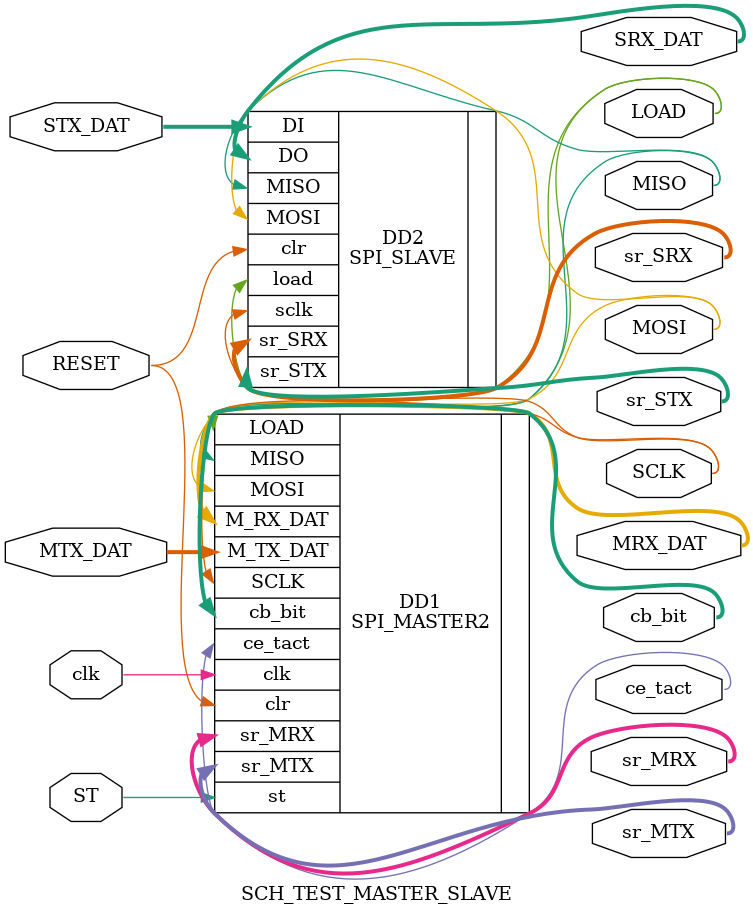
<source format=v>
`timescale 1ns / 1ps
module SCH_TEST_MASTER_SLAVE(
// ------------ SPI_MASTER Output ------------
    input ST,            output wire LOAD,
    input clk,           output wire SCLK,
    input [10:0] MTX_DAT,output wire MOSI,
    input RESET,         output wire [10:0]MRX_DAT,
	                      output wire [10:0]sr_MTX,
							    output wire [10:0]sr_MRX,
							    output wire [3:0]cb_bit,
	                      output wire ce_tact,
// ------------ SPI_SLAVE Output ------------	 
	 input [10:0]STX_DAT, output wire MISO,
	                      output wire[10:0]sr_STX,
	                      output wire[10:0]sr_SRX,
	                      output wire[10:0]SRX_DAT);
	 
SPI_MASTER2 DD1(
    .st(ST),            .LOAD(LOAD),
    .clk(clk),          .SCLK(SCLK),
    .M_TX_DAT(MTX_DAT), .MOSI(MOSI),
    .clr(RESET),        .M_RX_DAT(MRX_DAT), 
    .MISO(MISO),        .sr_MTX(sr_MTX),
	                     .sr_MRX(sr_MRX),
                        .cb_bit(cb_bit), 
							   .ce_tact(ce_tact));
							
SPI_SLAVE DD2 (
	 .load(LOAD),        .MISO(MISO),
	 .sclk(SCLK),        .sr_STX(sr_STX),
	 .MOSI(MOSI),        .sr_SRX(sr_SRX),
	 .clr(RESET),        .DO(SRX_DAT),
	 .DI(STX_DAT));
                     


endmodule

</source>
